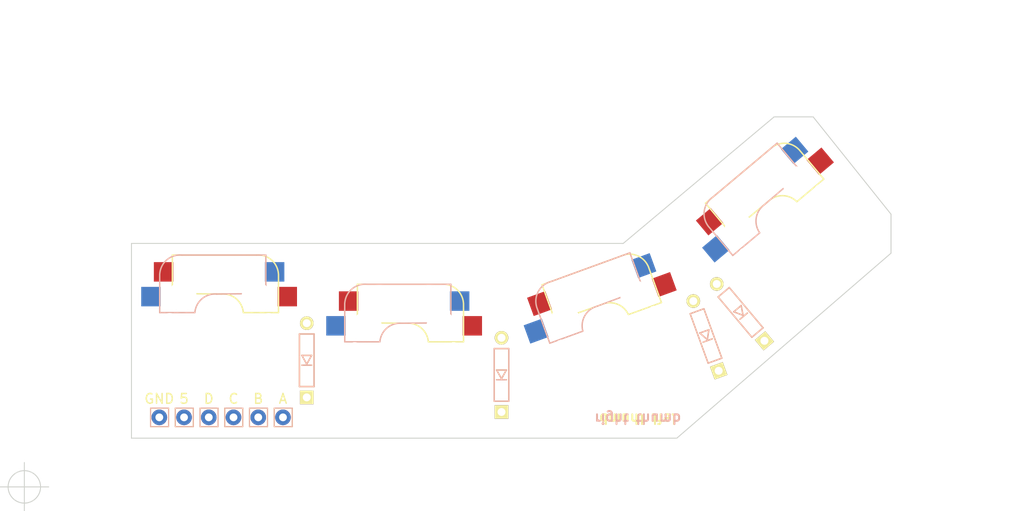
<source format=kicad_pcb>
(kicad_pcb (version 20171130) (host pcbnew 5.1.12)

  (general
    (thickness 1.6)
    (drawings 22)
    (tracks 0)
    (zones 0)
    (modules 14)
    (nets 11)
  )

  (page A4)
  (layers
    (0 F.Cu signal)
    (31 B.Cu signal)
    (32 B.Adhes user)
    (33 F.Adhes user)
    (34 B.Paste user)
    (35 F.Paste user)
    (36 B.SilkS user)
    (37 F.SilkS user)
    (38 B.Mask user)
    (39 F.Mask user)
    (40 Dwgs.User user)
    (41 Cmts.User user)
    (42 Eco1.User user)
    (43 Eco2.User user)
    (44 Edge.Cuts user)
    (45 Margin user)
    (46 B.CrtYd user)
    (47 F.CrtYd user)
    (48 B.Fab user)
    (49 F.Fab user)
  )

  (setup
    (last_trace_width 0.25)
    (trace_clearance 0.2)
    (zone_clearance 0.508)
    (zone_45_only no)
    (trace_min 0.2)
    (via_size 0.8)
    (via_drill 0.4)
    (via_min_size 0.4)
    (via_min_drill 0.3)
    (uvia_size 0.3)
    (uvia_drill 0.1)
    (uvias_allowed no)
    (uvia_min_size 0.2)
    (uvia_min_drill 0.1)
    (edge_width 0.1)
    (segment_width 0.2)
    (pcb_text_width 0.3)
    (pcb_text_size 1.5 1.5)
    (mod_edge_width 0.15)
    (mod_text_size 1 1)
    (mod_text_width 0.15)
    (pad_size 1.4 1.4)
    (pad_drill 0.7)
    (pad_to_mask_clearance 0)
    (aux_axis_origin 0 0)
    (visible_elements FFFFFF7F)
    (pcbplotparams
      (layerselection 0x010fc_ffffffff)
      (usegerberextensions false)
      (usegerberattributes true)
      (usegerberadvancedattributes true)
      (creategerberjobfile true)
      (excludeedgelayer true)
      (linewidth 0.100000)
      (plotframeref false)
      (viasonmask false)
      (mode 1)
      (useauxorigin false)
      (hpglpennumber 1)
      (hpglpenspeed 20)
      (hpglpendiameter 15.000000)
      (psnegative false)
      (psa4output false)
      (plotreference true)
      (plotvalue true)
      (plotinvisibletext false)
      (padsonsilk false)
      (subtractmaskfromsilk false)
      (outputformat 1)
      (mirror false)
      (drillshape 1)
      (scaleselection 1)
      (outputdirectory ""))
  )

  (net 0 "")
  (net 1 "Net-(D_LA5-Pad2)")
  (net 2 "Net-(D_LA5-Pad1)")
  (net 3 "Net-(D_LB5-Pad2)")
  (net 4 "Net-(D_LC5-Pad2)")
  (net 5 "Net-(H_LA1-Pad1)")
  (net 6 "Net-(H_LB1-Pad1)")
  (net 7 "Net-(H_LC1-Pad1)")
  (net 8 GND)
  (net 9 "Net-(D_LD5-Pad2)")
  (net 10 "Net-(H_LD5-Pad1)")

  (net_class Default "これはデフォルトのネット クラスです。"
    (clearance 0.2)
    (trace_width 0.25)
    (via_dia 0.8)
    (via_drill 0.4)
    (uvia_dia 0.3)
    (uvia_drill 0.1)
    (add_net GND)
    (add_net "Net-(D_LA5-Pad1)")
    (add_net "Net-(D_LA5-Pad2)")
    (add_net "Net-(D_LB5-Pad2)")
    (add_net "Net-(D_LC5-Pad2)")
    (add_net "Net-(D_LD5-Pad2)")
    (add_net "Net-(H_LA1-Pad1)")
    (add_net "Net-(H_LB1-Pad1)")
    (add_net "Net-(H_LC1-Pad1)")
    (add_net "Net-(H_LD5-Pad1)")
  )

  (module local:Pin_D0.8mm (layer F.Cu) (tedit 62DF4112) (tstamp 62DF9CCE)
    (at 26.4 52.86 180)
    (descr "solder Pin_ with flat fork, hole diameter 0.7mm, length 6.5mm, width 1.8mm")
    (tags "solder Pin_ with flat fork")
    (path /61A27B42)
    (fp_text reference H_L5 (at 0 -3.81) (layer F.Fab)
      (effects (font (size 0.8 0.8) (thickness 0.15)))
    )
    (fp_text value 5 (at 0 1.905) (layer F.SilkS)
      (effects (font (size 1 1) (thickness 0.15)))
    )
    (fp_line (start -0.9 0.25) (end -0.9 -0.25) (layer F.Fab) (width 0.12))
    (fp_line (start 0.85 0.25) (end -0.9 0.25) (layer F.Fab) (width 0.12))
    (fp_line (start 0.85 -0.25) (end 0.85 0.25) (layer F.Fab) (width 0.12))
    (fp_line (start -0.9 -0.25) (end 0.85 -0.25) (layer F.Fab) (width 0.12))
    (fp_line (start 0.9 -0.95) (end -0.95 -0.95) (layer F.SilkS) (width 0.12))
    (fp_line (start 0.9 -0.9) (end 0.9 -0.95) (layer F.SilkS) (width 0.12))
    (fp_line (start 0.9 0.95) (end 0.9 -0.9) (layer F.SilkS) (width 0.12))
    (fp_line (start -0.95 0.95) (end 0.9 0.95) (layer F.SilkS) (width 0.12))
    (fp_line (start -0.95 -0.95) (end -0.95 0.95) (layer F.SilkS) (width 0.12))
    (fp_line (start -0.95 -0.95) (end 0.9 -0.95) (layer B.SilkS) (width 0.12))
    (fp_line (start 0.9 -0.95) (end 0.9 0.9) (layer B.SilkS) (width 0.12))
    (fp_line (start -0.95 0.95) (end -0.95 -0.95) (layer B.SilkS) (width 0.12))
    (fp_line (start 0.9 0.95) (end -0.95 0.95) (layer B.SilkS) (width 0.12))
    (pad 1 thru_hole circle (at 0 0 180) (size 1.6 1.6) (drill 0.8) (layers *.Cu *.Mask)
      (net 2 "Net-(D_LA5-Pad1)"))
    (model ${KISYS3DMOD}/Connector_Pin.3dshapes/Pin_D0.7mm_L6.5mm_W1.8mm_FlatFork.wrl
      (at (xyz 0 0 0))
      (scale (xyz 1 1 1))
      (rotate (xyz 0 0 0))
    )
  )

  (module local:Pin_D0.8mm (layer F.Cu) (tedit 62DF4112) (tstamp 62DF9CE0)
    (at 36.56 52.86 180)
    (descr "solder Pin_ with flat fork, hole diameter 0.7mm, length 6.5mm, width 1.8mm")
    (tags "solder Pin_ with flat fork")
    (path /61A275B8)
    (fp_text reference H_LA1 (at 0 -3.81) (layer F.Fab)
      (effects (font (size 0.8 0.8) (thickness 0.15)))
    )
    (fp_text value A (at 0 1.905) (layer F.SilkS)
      (effects (font (size 1 1) (thickness 0.15)))
    )
    (fp_line (start -0.9 0.25) (end -0.9 -0.25) (layer F.Fab) (width 0.12))
    (fp_line (start 0.85 0.25) (end -0.9 0.25) (layer F.Fab) (width 0.12))
    (fp_line (start 0.85 -0.25) (end 0.85 0.25) (layer F.Fab) (width 0.12))
    (fp_line (start -0.9 -0.25) (end 0.85 -0.25) (layer F.Fab) (width 0.12))
    (fp_line (start 0.9 -0.95) (end -0.95 -0.95) (layer F.SilkS) (width 0.12))
    (fp_line (start 0.9 -0.9) (end 0.9 -0.95) (layer F.SilkS) (width 0.12))
    (fp_line (start 0.9 0.95) (end 0.9 -0.9) (layer F.SilkS) (width 0.12))
    (fp_line (start -0.95 0.95) (end 0.9 0.95) (layer F.SilkS) (width 0.12))
    (fp_line (start -0.95 -0.95) (end -0.95 0.95) (layer F.SilkS) (width 0.12))
    (fp_line (start -0.95 -0.95) (end 0.9 -0.95) (layer B.SilkS) (width 0.12))
    (fp_line (start 0.9 -0.95) (end 0.9 0.9) (layer B.SilkS) (width 0.12))
    (fp_line (start -0.95 0.95) (end -0.95 -0.95) (layer B.SilkS) (width 0.12))
    (fp_line (start 0.9 0.95) (end -0.95 0.95) (layer B.SilkS) (width 0.12))
    (pad 1 thru_hole circle (at 0 0 180) (size 1.6 1.6) (drill 0.8) (layers *.Cu *.Mask)
      (net 5 "Net-(H_LA1-Pad1)"))
    (model ${KISYS3DMOD}/Connector_Pin.3dshapes/Pin_D0.7mm_L6.5mm_W1.8mm_FlatFork.wrl
      (at (xyz 0 0 0))
      (scale (xyz 1 1 1))
      (rotate (xyz 0 0 0))
    )
  )

  (module local:Pin_D0.8mm (layer F.Cu) (tedit 62DF4112) (tstamp 62DF9CF2)
    (at 34.02 52.86 180)
    (descr "solder Pin_ with flat fork, hole diameter 0.7mm, length 6.5mm, width 1.8mm")
    (tags "solder Pin_ with flat fork")
    (path /61A25B2F)
    (fp_text reference H_LB1 (at 0 -3.81) (layer F.Fab)
      (effects (font (size 0.8 0.8) (thickness 0.15)))
    )
    (fp_text value B (at 0 1.905) (layer F.SilkS)
      (effects (font (size 1 1) (thickness 0.15)))
    )
    (fp_line (start -0.9 0.25) (end -0.9 -0.25) (layer F.Fab) (width 0.12))
    (fp_line (start 0.85 0.25) (end -0.9 0.25) (layer F.Fab) (width 0.12))
    (fp_line (start 0.85 -0.25) (end 0.85 0.25) (layer F.Fab) (width 0.12))
    (fp_line (start -0.9 -0.25) (end 0.85 -0.25) (layer F.Fab) (width 0.12))
    (fp_line (start 0.9 -0.95) (end -0.95 -0.95) (layer F.SilkS) (width 0.12))
    (fp_line (start 0.9 -0.9) (end 0.9 -0.95) (layer F.SilkS) (width 0.12))
    (fp_line (start 0.9 0.95) (end 0.9 -0.9) (layer F.SilkS) (width 0.12))
    (fp_line (start -0.95 0.95) (end 0.9 0.95) (layer F.SilkS) (width 0.12))
    (fp_line (start -0.95 -0.95) (end -0.95 0.95) (layer F.SilkS) (width 0.12))
    (fp_line (start -0.95 -0.95) (end 0.9 -0.95) (layer B.SilkS) (width 0.12))
    (fp_line (start 0.9 -0.95) (end 0.9 0.9) (layer B.SilkS) (width 0.12))
    (fp_line (start -0.95 0.95) (end -0.95 -0.95) (layer B.SilkS) (width 0.12))
    (fp_line (start 0.9 0.95) (end -0.95 0.95) (layer B.SilkS) (width 0.12))
    (pad 1 thru_hole circle (at 0 0 180) (size 1.6 1.6) (drill 0.8) (layers *.Cu *.Mask)
      (net 6 "Net-(H_LB1-Pad1)"))
    (model ${KISYS3DMOD}/Connector_Pin.3dshapes/Pin_D0.7mm_L6.5mm_W1.8mm_FlatFork.wrl
      (at (xyz 0 0 0))
      (scale (xyz 1 1 1))
      (rotate (xyz 0 0 0))
    )
  )

  (module local:Pin_D0.8mm (layer F.Cu) (tedit 62DF4112) (tstamp 62DF9D04)
    (at 31.48 52.86 180)
    (descr "solder Pin_ with flat fork, hole diameter 0.7mm, length 6.5mm, width 1.8mm")
    (tags "solder Pin_ with flat fork")
    (path /61A26894)
    (fp_text reference H_LC1 (at 0 -3.81) (layer F.Fab)
      (effects (font (size 0.8 0.8) (thickness 0.15)))
    )
    (fp_text value C (at 0 1.905) (layer F.SilkS)
      (effects (font (size 1 1) (thickness 0.15)))
    )
    (fp_line (start -0.9 0.25) (end -0.9 -0.25) (layer F.Fab) (width 0.12))
    (fp_line (start 0.85 0.25) (end -0.9 0.25) (layer F.Fab) (width 0.12))
    (fp_line (start 0.85 -0.25) (end 0.85 0.25) (layer F.Fab) (width 0.12))
    (fp_line (start -0.9 -0.25) (end 0.85 -0.25) (layer F.Fab) (width 0.12))
    (fp_line (start 0.9 -0.95) (end -0.95 -0.95) (layer F.SilkS) (width 0.12))
    (fp_line (start 0.9 -0.9) (end 0.9 -0.95) (layer F.SilkS) (width 0.12))
    (fp_line (start 0.9 0.95) (end 0.9 -0.9) (layer F.SilkS) (width 0.12))
    (fp_line (start -0.95 0.95) (end 0.9 0.95) (layer F.SilkS) (width 0.12))
    (fp_line (start -0.95 -0.95) (end -0.95 0.95) (layer F.SilkS) (width 0.12))
    (fp_line (start -0.95 -0.95) (end 0.9 -0.95) (layer B.SilkS) (width 0.12))
    (fp_line (start 0.9 -0.95) (end 0.9 0.9) (layer B.SilkS) (width 0.12))
    (fp_line (start -0.95 0.95) (end -0.95 -0.95) (layer B.SilkS) (width 0.12))
    (fp_line (start 0.9 0.95) (end -0.95 0.95) (layer B.SilkS) (width 0.12))
    (pad 1 thru_hole circle (at 0 0 180) (size 1.6 1.6) (drill 0.8) (layers *.Cu *.Mask)
      (net 7 "Net-(H_LC1-Pad1)"))
    (model ${KISYS3DMOD}/Connector_Pin.3dshapes/Pin_D0.7mm_L6.5mm_W1.8mm_FlatFork.wrl
      (at (xyz 0 0 0))
      (scale (xyz 1 1 1))
      (rotate (xyz 0 0 0))
    )
  )

  (module local:Pin_D0.8mm (layer F.Cu) (tedit 62DF4112) (tstamp 62DF9D16)
    (at 28.94 52.86 180)
    (descr "solder Pin_ with flat fork, hole diameter 0.7mm, length 6.5mm, width 1.8mm")
    (tags "solder Pin_ with flat fork")
    (path /62DEBDC6)
    (fp_text reference H_LD5 (at 0 -3.81) (layer F.Fab)
      (effects (font (size 0.8 0.8) (thickness 0.15)))
    )
    (fp_text value D (at 0 1.905) (layer F.SilkS)
      (effects (font (size 1 1) (thickness 0.15)))
    )
    (fp_line (start -0.9 0.25) (end -0.9 -0.25) (layer F.Fab) (width 0.12))
    (fp_line (start 0.85 0.25) (end -0.9 0.25) (layer F.Fab) (width 0.12))
    (fp_line (start 0.85 -0.25) (end 0.85 0.25) (layer F.Fab) (width 0.12))
    (fp_line (start -0.9 -0.25) (end 0.85 -0.25) (layer F.Fab) (width 0.12))
    (fp_line (start 0.9 -0.95) (end -0.95 -0.95) (layer F.SilkS) (width 0.12))
    (fp_line (start 0.9 -0.9) (end 0.9 -0.95) (layer F.SilkS) (width 0.12))
    (fp_line (start 0.9 0.95) (end 0.9 -0.9) (layer F.SilkS) (width 0.12))
    (fp_line (start -0.95 0.95) (end 0.9 0.95) (layer F.SilkS) (width 0.12))
    (fp_line (start -0.95 -0.95) (end -0.95 0.95) (layer F.SilkS) (width 0.12))
    (fp_line (start -0.95 -0.95) (end 0.9 -0.95) (layer B.SilkS) (width 0.12))
    (fp_line (start 0.9 -0.95) (end 0.9 0.9) (layer B.SilkS) (width 0.12))
    (fp_line (start -0.95 0.95) (end -0.95 -0.95) (layer B.SilkS) (width 0.12))
    (fp_line (start 0.9 0.95) (end -0.95 0.95) (layer B.SilkS) (width 0.12))
    (pad 1 thru_hole circle (at 0 0 180) (size 1.6 1.6) (drill 0.8) (layers *.Cu *.Mask)
      (net 10 "Net-(H_LD5-Pad1)"))
    (model ${KISYS3DMOD}/Connector_Pin.3dshapes/Pin_D0.7mm_L6.5mm_W1.8mm_FlatFork.wrl
      (at (xyz 0 0 0))
      (scale (xyz 1 1 1))
      (rotate (xyz 0 0 0))
    )
  )

  (module local:Pin_D0.8mm (layer F.Cu) (tedit 62DF4112) (tstamp 62DF9D28)
    (at 23.86 52.86 180)
    (descr "solder Pin_ with flat fork, hole diameter 0.7mm, length 6.5mm, width 1.8mm")
    (tags "solder Pin_ with flat fork")
    (path /61A27F0E)
    (fp_text reference H_LGND1 (at 0 -3.81) (layer F.Fab)
      (effects (font (size 0.8 0.8) (thickness 0.15)))
    )
    (fp_text value GND (at 0 1.905) (layer F.SilkS)
      (effects (font (size 1 1) (thickness 0.15)))
    )
    (fp_line (start -0.9 0.25) (end -0.9 -0.25) (layer F.Fab) (width 0.12))
    (fp_line (start 0.85 0.25) (end -0.9 0.25) (layer F.Fab) (width 0.12))
    (fp_line (start 0.85 -0.25) (end 0.85 0.25) (layer F.Fab) (width 0.12))
    (fp_line (start -0.9 -0.25) (end 0.85 -0.25) (layer F.Fab) (width 0.12))
    (fp_line (start 0.9 -0.95) (end -0.95 -0.95) (layer F.SilkS) (width 0.12))
    (fp_line (start 0.9 -0.9) (end 0.9 -0.95) (layer F.SilkS) (width 0.12))
    (fp_line (start 0.9 0.95) (end 0.9 -0.9) (layer F.SilkS) (width 0.12))
    (fp_line (start -0.95 0.95) (end 0.9 0.95) (layer F.SilkS) (width 0.12))
    (fp_line (start -0.95 -0.95) (end -0.95 0.95) (layer F.SilkS) (width 0.12))
    (fp_line (start -0.95 -0.95) (end 0.9 -0.95) (layer B.SilkS) (width 0.12))
    (fp_line (start 0.9 -0.95) (end 0.9 0.9) (layer B.SilkS) (width 0.12))
    (fp_line (start -0.95 0.95) (end -0.95 -0.95) (layer B.SilkS) (width 0.12))
    (fp_line (start 0.9 0.95) (end -0.95 0.95) (layer B.SilkS) (width 0.12))
    (pad 1 thru_hole circle (at 0 0 180) (size 1.6 1.6) (drill 0.8) (layers *.Cu *.Mask)
      (net 8 GND))
    (model ${KISYS3DMOD}/Connector_Pin.3dshapes/Pin_D0.7mm_L6.5mm_W1.8mm_FlatFork.wrl
      (at (xyz 0 0 0))
      (scale (xyz 1 1 1))
      (rotate (xyz 0 0 0))
    )
  )

  (module local:D_TH_Reversible (layer F.Cu) (tedit 6108B6D8) (tstamp 6266B1C6)
    (at 83.550979 42.081371 130)
    (descr "Resitance 3 pas")
    (tags R)
    (path /61A38A85)
    (autoplace_cost180 10)
    (fp_text reference D_LA5 (at 0.55 0 130) (layer F.Fab) hide
      (effects (font (size 0.5 0.5) (thickness 0.125)))
    )
    (fp_text value D_A5 (at -0.55 0 130) (layer F.Fab) hide
      (effects (font (size 0.5 0.5) (thickness 0.125)))
    )
    (fp_line (start -0.4 0) (end 0.5 -0.5) (layer B.SilkS) (width 0.15))
    (fp_line (start 0.5 -0.5) (end 0.5 0.5) (layer B.SilkS) (width 0.15))
    (fp_line (start 0.5 0.5) (end -0.4 0) (layer B.SilkS) (width 0.15))
    (fp_line (start -0.5 -0.5) (end -0.5 0.5) (layer B.SilkS) (width 0.15))
    (fp_line (start -0.4 0) (end 0.5 -0.5) (layer F.SilkS) (width 0.15))
    (fp_line (start 0.5 -0.5) (end 0.5 0.5) (layer F.SilkS) (width 0.15))
    (fp_line (start 0.5 0.5) (end -0.4 0) (layer F.SilkS) (width 0.15))
    (fp_line (start -0.5 -0.5) (end -0.5 0.5) (layer F.SilkS) (width 0.15))
    (fp_line (start 2.7 -0.75) (end -2.7 -0.75) (layer F.SilkS) (width 0.15))
    (fp_line (start -2.7 -0.75) (end -2.7 0.75) (layer F.SilkS) (width 0.15))
    (fp_line (start -2.7 0.75) (end 2.7 0.75) (layer F.SilkS) (width 0.15))
    (fp_line (start 2.7 0.75) (end 2.7 -0.75) (layer F.SilkS) (width 0.15))
    (fp_line (start 2.7 -0.75) (end -2.7 -0.75) (layer B.SilkS) (width 0.15))
    (fp_line (start -2.7 -0.75) (end -2.7 0.75) (layer B.SilkS) (width 0.15))
    (fp_line (start -2.7 0.75) (end 2.7 0.75) (layer B.SilkS) (width 0.15))
    (fp_line (start 2.7 0.75) (end 2.7 -0.75) (layer B.SilkS) (width 0.15))
    (pad 1 thru_hole rect (at -3.81 0 130) (size 1.397 1.397) (drill 0.8128) (layers *.Cu *.Mask F.SilkS)
      (net 2 "Net-(D_LA5-Pad1)"))
    (pad 2 thru_hole circle (at 3.81 0 130) (size 1.397 1.397) (drill 0.8128) (layers *.Cu *.Mask F.SilkS)
      (net 1 "Net-(D_LA5-Pad2)"))
    (model Diodes_SMD.3dshapes/SMB_Handsoldering.wrl
      (at (xyz 0 0 0))
      (scale (xyz 0.22 0.15 0.15))
      (rotate (xyz 0 0 180))
    )
  )

  (module local:D_TH_Reversible (layer F.Cu) (tedit 6108B6D8) (tstamp 6266B1DB)
    (at 80 44.5 110)
    (descr "Resitance 3 pas")
    (tags R)
    (path /61A3850D)
    (autoplace_cost180 10)
    (fp_text reference D_LB5 (at 0.55 0 110) (layer F.Fab) hide
      (effects (font (size 0.5 0.5) (thickness 0.125)))
    )
    (fp_text value D_B5 (at -0.55 0 110) (layer F.Fab) hide
      (effects (font (size 0.5 0.5) (thickness 0.125)))
    )
    (fp_line (start 2.7 0.75) (end 2.7 -0.75) (layer B.SilkS) (width 0.15))
    (fp_line (start -2.7 0.75) (end 2.7 0.75) (layer B.SilkS) (width 0.15))
    (fp_line (start -2.7 -0.75) (end -2.7 0.75) (layer B.SilkS) (width 0.15))
    (fp_line (start 2.7 -0.75) (end -2.7 -0.75) (layer B.SilkS) (width 0.15))
    (fp_line (start 2.7 0.75) (end 2.7 -0.75) (layer F.SilkS) (width 0.15))
    (fp_line (start -2.7 0.75) (end 2.7 0.75) (layer F.SilkS) (width 0.15))
    (fp_line (start -2.7 -0.75) (end -2.7 0.75) (layer F.SilkS) (width 0.15))
    (fp_line (start 2.7 -0.75) (end -2.7 -0.75) (layer F.SilkS) (width 0.15))
    (fp_line (start -0.5 -0.5) (end -0.5 0.5) (layer F.SilkS) (width 0.15))
    (fp_line (start 0.5 0.5) (end -0.4 0) (layer F.SilkS) (width 0.15))
    (fp_line (start 0.5 -0.5) (end 0.5 0.5) (layer F.SilkS) (width 0.15))
    (fp_line (start -0.4 0) (end 0.5 -0.5) (layer F.SilkS) (width 0.15))
    (fp_line (start -0.5 -0.5) (end -0.5 0.5) (layer B.SilkS) (width 0.15))
    (fp_line (start 0.5 0.5) (end -0.4 0) (layer B.SilkS) (width 0.15))
    (fp_line (start 0.5 -0.5) (end 0.5 0.5) (layer B.SilkS) (width 0.15))
    (fp_line (start -0.4 0) (end 0.5 -0.5) (layer B.SilkS) (width 0.15))
    (pad 2 thru_hole circle (at 3.81 0 110) (size 1.397 1.397) (drill 0.8128) (layers *.Cu *.Mask F.SilkS)
      (net 3 "Net-(D_LB5-Pad2)"))
    (pad 1 thru_hole rect (at -3.81 0 110) (size 1.397 1.397) (drill 0.8128) (layers *.Cu *.Mask F.SilkS)
      (net 2 "Net-(D_LA5-Pad1)"))
    (model Diodes_SMD.3dshapes/SMB_Handsoldering.wrl
      (at (xyz 0 0 0))
      (scale (xyz 0.22 0.15 0.15))
      (rotate (xyz 0 0 180))
    )
  )

  (module local:D_TH_Reversible (layer F.Cu) (tedit 6108B6D8) (tstamp 6266B1F0)
    (at 59 48.5 90)
    (descr "Resitance 3 pas")
    (tags R)
    (path /61A37E86)
    (autoplace_cost180 10)
    (fp_text reference D_LC5 (at 0.55 0 90) (layer F.Fab) hide
      (effects (font (size 0.5 0.5) (thickness 0.125)))
    )
    (fp_text value D_C5 (at -0.55 0 90) (layer F.Fab) hide
      (effects (font (size 0.5 0.5) (thickness 0.125)))
    )
    (fp_line (start -0.4 0) (end 0.5 -0.5) (layer B.SilkS) (width 0.15))
    (fp_line (start 0.5 -0.5) (end 0.5 0.5) (layer B.SilkS) (width 0.15))
    (fp_line (start 0.5 0.5) (end -0.4 0) (layer B.SilkS) (width 0.15))
    (fp_line (start -0.5 -0.5) (end -0.5 0.5) (layer B.SilkS) (width 0.15))
    (fp_line (start -0.4 0) (end 0.5 -0.5) (layer F.SilkS) (width 0.15))
    (fp_line (start 0.5 -0.5) (end 0.5 0.5) (layer F.SilkS) (width 0.15))
    (fp_line (start 0.5 0.5) (end -0.4 0) (layer F.SilkS) (width 0.15))
    (fp_line (start -0.5 -0.5) (end -0.5 0.5) (layer F.SilkS) (width 0.15))
    (fp_line (start 2.7 -0.75) (end -2.7 -0.75) (layer F.SilkS) (width 0.15))
    (fp_line (start -2.7 -0.75) (end -2.7 0.75) (layer F.SilkS) (width 0.15))
    (fp_line (start -2.7 0.75) (end 2.7 0.75) (layer F.SilkS) (width 0.15))
    (fp_line (start 2.7 0.75) (end 2.7 -0.75) (layer F.SilkS) (width 0.15))
    (fp_line (start 2.7 -0.75) (end -2.7 -0.75) (layer B.SilkS) (width 0.15))
    (fp_line (start -2.7 -0.75) (end -2.7 0.75) (layer B.SilkS) (width 0.15))
    (fp_line (start -2.7 0.75) (end 2.7 0.75) (layer B.SilkS) (width 0.15))
    (fp_line (start 2.7 0.75) (end 2.7 -0.75) (layer B.SilkS) (width 0.15))
    (pad 1 thru_hole rect (at -3.81 0 90) (size 1.397 1.397) (drill 0.8128) (layers *.Cu *.Mask F.SilkS)
      (net 2 "Net-(D_LA5-Pad1)"))
    (pad 2 thru_hole circle (at 3.81 0 90) (size 1.397 1.397) (drill 0.8128) (layers *.Cu *.Mask F.SilkS)
      (net 4 "Net-(D_LC5-Pad2)"))
    (model Diodes_SMD.3dshapes/SMB_Handsoldering.wrl
      (at (xyz 0 0 0))
      (scale (xyz 0.22 0.15 0.15))
      (rotate (xyz 0 0 180))
    )
  )

  (module local:CherryMX_Hotswap_Reversible (layer F.Cu) (tedit 61A48B05) (tstamp 6266B205)
    (at 88 33 40)
    (path /61A293DD)
    (fp_text reference SW_LA5 (at 6.858 -8.127999 40) (layer F.SilkS) hide
      (effects (font (size 1 1) (thickness 0.15)))
    )
    (fp_text value SW_PUSH-foostan (at 7.62 7.874 40) (layer F.Fab) hide
      (effects (font (size 1 1) (thickness 0.15)))
    )
    (fp_line (start -7 -7) (end -6 -7) (layer Eco1.User) (width 0.1))
    (fp_line (start -6 7) (end -7 7) (layer Eco1.User) (width 0.1))
    (fp_line (start -9.5 9.5) (end -9.5 -9.5) (layer Dwgs.User) (width 0.1))
    (fp_line (start 9.5 9.5) (end -9.5 9.5) (layer Dwgs.User) (width 0.1))
    (fp_line (start 9.5 -9.5) (end 9.5 9.5) (layer Dwgs.User) (width 0.1))
    (fp_line (start -9.5 -9.5) (end 9.5 -9.5) (layer Dwgs.User) (width 0.1))
    (fp_line (start -6.1 -0.896) (end -2.49 -0.896) (layer B.SilkS) (width 0.15))
    (fp_line (start -6.1 -4.85) (end -6.1 -0.905) (layer B.SilkS) (width 0.15))
    (fp_line (start 4.8 -6.804) (end -3.825 -6.804) (layer B.SilkS) (width 0.15))
    (fp_line (start 4.8 -2.896) (end 4.8 -6.804) (layer B.SilkS) (width 0.15))
    (fp_line (start 4.8 -2.85) (end -0.25 -2.804) (layer B.SilkS) (width 0.15))
    (fp_line (start -4.8 -2.85) (end 0.25 -2.804) (layer F.SilkS) (width 0.15))
    (fp_line (start -4.8 -2.896) (end -4.8 -6.804) (layer F.SilkS) (width 0.15))
    (fp_line (start -4.8 -6.804) (end 3.825 -6.804) (layer F.SilkS) (width 0.15))
    (fp_line (start 6.1 -4.85) (end 6.1 -0.905) (layer F.SilkS) (width 0.15))
    (fp_line (start 6.1 -0.896) (end 2.49 -0.896) (layer F.SilkS) (width 0.15))
    (fp_line (start -7 7) (end -7 6) (layer Eco1.User) (width 0.1))
    (fp_line (start -7 -6) (end -7 -7) (layer Eco1.User) (width 0.1))
    (fp_line (start 7 -7) (end 7 -6) (layer Eco1.User) (width 0.1))
    (fp_line (start 6 -7) (end 7 -7) (layer Eco1.User) (width 0.12))
    (fp_line (start 7 7) (end 6 7) (layer Eco1.User) (width 0.12))
    (fp_line (start 7 6) (end 7 7) (layer Eco1.User) (width 0.12))
    (fp_arc (start -4.015 -4.73) (end -3.825 -6.804) (angle -90) (layer B.SilkS) (width 0.15))
    (fp_arc (start -0.415 -0.73) (end -0.225 -2.8) (angle -90) (layer B.SilkS) (width 0.15))
    (fp_arc (start 0.415 -0.73) (end 0.225 -2.8) (angle 90) (layer F.SilkS) (width 0.15))
    (fp_arc (start 4.015 -4.73) (end 3.825 -6.804) (angle 90) (layer F.SilkS) (width 0.15))
    (pad 1 smd rect (at 5.7 -5.08 220) (size 2 2) (layers B.Cu B.Paste B.Mask)
      (net 1 "Net-(D_LA5-Pad2)"))
    (pad "" np_thru_hole circle (at -3.81 -2.54 220) (size 3 3) (drill 3) (layers *.Cu *.Mask)
      (clearance 0.25))
    (pad "" np_thru_hole circle (at 5.08 0 220) (size 1.702 1.702) (drill 1.702) (layers *.Cu *.Mask)
      (clearance 0.3))
    (pad "" np_thru_hole circle (at -5.08 0 220) (size 1.702 1.702) (drill 1.702) (layers *.Cu *.Mask)
      (clearance 0.3))
    (pad "" np_thru_hole circle (at 0 0 310) (size 3.988 3.988) (drill 3.988) (layers *.Cu *.Mask)
      (clearance 0.25))
    (pad "" np_thru_hole circle (at 2.54 -5.08 220) (size 3 3) (drill 3) (layers *.Cu *.Mask)
      (clearance 0.3))
    (pad 2 smd rect (at -7 -2.54 220) (size 2 2) (layers B.Cu B.Paste B.Mask)
      (net 5 "Net-(H_LA1-Pad1)"))
    (pad 1 smd rect (at 7 -2.54 220) (size 2 2) (layers F.Cu F.Paste F.Mask)
      (net 1 "Net-(D_LA5-Pad2)"))
    (pad "" np_thru_hole circle (at -2.54 -5.08 220) (size 3 3) (drill 3) (layers *.Cu *.Mask)
      (clearance 0.3))
    (pad "" np_thru_hole circle (at 3.81 -2.54 220) (size 3 3) (drill 3) (layers *.Cu *.Mask)
      (clearance 0.25))
    (pad 2 smd rect (at -5.7 -5.08 220) (size 2 2) (layers F.Cu F.Paste F.Mask)
      (net 5 "Net-(H_LA1-Pad1)"))
  )

  (module local:CherryMX_Hotswap_Reversible (layer F.Cu) (tedit 61A48B05) (tstamp 6266B22D)
    (at 70 44 20)
    (path /61A2B094)
    (fp_text reference SW_LB5 (at 6.858 -8.128 -160) (layer F.SilkS) hide
      (effects (font (size 1 1) (thickness 0.15)))
    )
    (fp_text value SW_PUSH-foostan (at 7.62 7.874 -160) (layer F.Fab) hide
      (effects (font (size 1 1) (thickness 0.15)))
    )
    (fp_line (start 7 6) (end 7 7) (layer Eco1.User) (width 0.12))
    (fp_line (start 7 7) (end 6 7) (layer Eco1.User) (width 0.12))
    (fp_line (start 6 -7) (end 7 -7) (layer Eco1.User) (width 0.12))
    (fp_line (start 7 -7) (end 7 -6) (layer Eco1.User) (width 0.1))
    (fp_line (start -7 -6) (end -7 -7) (layer Eco1.User) (width 0.1))
    (fp_line (start -7 7) (end -7 6) (layer Eco1.User) (width 0.1))
    (fp_line (start 6.1 -0.896) (end 2.49 -0.896) (layer F.SilkS) (width 0.15))
    (fp_line (start 6.1 -4.85) (end 6.1 -0.905) (layer F.SilkS) (width 0.15))
    (fp_line (start -4.8 -6.804) (end 3.825 -6.804) (layer F.SilkS) (width 0.15))
    (fp_line (start -4.8 -2.896) (end -4.8 -6.804) (layer F.SilkS) (width 0.15))
    (fp_line (start -4.8 -2.85) (end 0.25 -2.804) (layer F.SilkS) (width 0.15))
    (fp_line (start 4.8 -2.85) (end -0.25 -2.804) (layer B.SilkS) (width 0.15))
    (fp_line (start 4.8 -2.896) (end 4.8 -6.804) (layer B.SilkS) (width 0.15))
    (fp_line (start 4.8 -6.804) (end -3.825 -6.804) (layer B.SilkS) (width 0.15))
    (fp_line (start -6.1 -4.85) (end -6.1 -0.905) (layer B.SilkS) (width 0.15))
    (fp_line (start -6.1 -0.896) (end -2.49 -0.896) (layer B.SilkS) (width 0.15))
    (fp_line (start -9.5 -9.5) (end 9.5 -9.5) (layer Dwgs.User) (width 0.1))
    (fp_line (start 9.5 -9.5) (end 9.5 9.5) (layer Dwgs.User) (width 0.1))
    (fp_line (start 9.5 9.5) (end -9.5 9.5) (layer Dwgs.User) (width 0.1))
    (fp_line (start -9.5 9.5) (end -9.5 -9.5) (layer Dwgs.User) (width 0.1))
    (fp_line (start -6 7) (end -7 7) (layer Eco1.User) (width 0.1))
    (fp_line (start -7 -7) (end -6 -7) (layer Eco1.User) (width 0.1))
    (fp_arc (start 4.015 -4.73) (end 3.825 -6.804) (angle 90) (layer F.SilkS) (width 0.15))
    (fp_arc (start 0.415 -0.73) (end 0.225 -2.8) (angle 90) (layer F.SilkS) (width 0.15))
    (fp_arc (start -0.415 -0.73) (end -0.225 -2.8) (angle -90) (layer B.SilkS) (width 0.15))
    (fp_arc (start -4.015 -4.73) (end -3.825 -6.804) (angle -90) (layer B.SilkS) (width 0.15))
    (pad 2 smd rect (at -5.7 -5.08 200) (size 2 2) (layers F.Cu F.Paste F.Mask)
      (net 6 "Net-(H_LB1-Pad1)"))
    (pad "" np_thru_hole circle (at 3.81 -2.54 200) (size 3 3) (drill 3) (layers *.Cu *.Mask)
      (clearance 0.25))
    (pad "" np_thru_hole circle (at -2.54 -5.08 200) (size 3 3) (drill 3) (layers *.Cu *.Mask)
      (clearance 0.3))
    (pad 1 smd rect (at 7 -2.54 200) (size 2 2) (layers F.Cu F.Paste F.Mask)
      (net 3 "Net-(D_LB5-Pad2)"))
    (pad 2 smd rect (at -7 -2.54 200) (size 2 2) (layers B.Cu B.Paste B.Mask)
      (net 6 "Net-(H_LB1-Pad1)"))
    (pad "" np_thru_hole circle (at 2.54 -5.08 200) (size 3 3) (drill 3) (layers *.Cu *.Mask)
      (clearance 0.3))
    (pad "" np_thru_hole circle (at 0 0 290) (size 3.988 3.988) (drill 3.988) (layers *.Cu *.Mask)
      (clearance 0.25))
    (pad "" np_thru_hole circle (at -5.08 0 200) (size 1.702 1.702) (drill 1.702) (layers *.Cu *.Mask)
      (clearance 0.3))
    (pad "" np_thru_hole circle (at 5.08 0 200) (size 1.702 1.702) (drill 1.702) (layers *.Cu *.Mask)
      (clearance 0.3))
    (pad "" np_thru_hole circle (at -3.81 -2.54 200) (size 3 3) (drill 3) (layers *.Cu *.Mask)
      (clearance 0.25))
    (pad 1 smd rect (at 5.7 -5.08 200) (size 2 2) (layers B.Cu B.Paste B.Mask)
      (net 3 "Net-(D_LB5-Pad2)"))
  )

  (module local:CherryMX_Hotswap_Reversible (layer F.Cu) (tedit 61A48B05) (tstamp 6266B255)
    (at 49 46)
    (path /61A2FE9B)
    (fp_text reference SW_LC5 (at 6.858 -8.128 -180) (layer F.SilkS) hide
      (effects (font (size 1 1) (thickness 0.15)))
    )
    (fp_text value SW_PUSH-foostan (at 7.62 7.874 -180) (layer F.Fab) hide
      (effects (font (size 1 1) (thickness 0.15)))
    )
    (fp_line (start -7 -7) (end -6 -7) (layer Eco1.User) (width 0.1))
    (fp_line (start -6 7) (end -7 7) (layer Eco1.User) (width 0.1))
    (fp_line (start -9.5 9.5) (end -9.5 -9.5) (layer Dwgs.User) (width 0.1))
    (fp_line (start 9.5 9.5) (end -9.5 9.5) (layer Dwgs.User) (width 0.1))
    (fp_line (start 9.5 -9.5) (end 9.5 9.5) (layer Dwgs.User) (width 0.1))
    (fp_line (start -9.5 -9.5) (end 9.5 -9.5) (layer Dwgs.User) (width 0.1))
    (fp_line (start -6.1 -0.896) (end -2.49 -0.896) (layer B.SilkS) (width 0.15))
    (fp_line (start -6.1 -4.85) (end -6.1 -0.905) (layer B.SilkS) (width 0.15))
    (fp_line (start 4.8 -6.804) (end -3.825 -6.804) (layer B.SilkS) (width 0.15))
    (fp_line (start 4.8 -2.896) (end 4.8 -6.804) (layer B.SilkS) (width 0.15))
    (fp_line (start 4.8 -2.85) (end -0.25 -2.804) (layer B.SilkS) (width 0.15))
    (fp_line (start -4.8 -2.85) (end 0.25 -2.804) (layer F.SilkS) (width 0.15))
    (fp_line (start -4.8 -2.896) (end -4.8 -6.804) (layer F.SilkS) (width 0.15))
    (fp_line (start -4.8 -6.804) (end 3.825 -6.804) (layer F.SilkS) (width 0.15))
    (fp_line (start 6.1 -4.85) (end 6.1 -0.905) (layer F.SilkS) (width 0.15))
    (fp_line (start 6.1 -0.896) (end 2.49 -0.896) (layer F.SilkS) (width 0.15))
    (fp_line (start -7 7) (end -7 6) (layer Eco1.User) (width 0.1))
    (fp_line (start -7 -6) (end -7 -7) (layer Eco1.User) (width 0.1))
    (fp_line (start 7 -7) (end 7 -6) (layer Eco1.User) (width 0.1))
    (fp_line (start 6 -7) (end 7 -7) (layer Eco1.User) (width 0.12))
    (fp_line (start 7 7) (end 6 7) (layer Eco1.User) (width 0.12))
    (fp_line (start 7 6) (end 7 7) (layer Eco1.User) (width 0.12))
    (fp_arc (start -4.015 -4.73) (end -3.825 -6.804) (angle -90) (layer B.SilkS) (width 0.15))
    (fp_arc (start -0.415 -0.73) (end -0.225 -2.8) (angle -90) (layer B.SilkS) (width 0.15))
    (fp_arc (start 0.415 -0.73) (end 0.225 -2.8) (angle 90) (layer F.SilkS) (width 0.15))
    (fp_arc (start 4.015 -4.73) (end 3.825 -6.804) (angle 90) (layer F.SilkS) (width 0.15))
    (pad 1 smd rect (at 5.7 -5.08 180) (size 2 2) (layers B.Cu B.Paste B.Mask)
      (net 4 "Net-(D_LC5-Pad2)"))
    (pad "" np_thru_hole circle (at -3.81 -2.54 180) (size 3 3) (drill 3) (layers *.Cu *.Mask)
      (clearance 0.25))
    (pad "" np_thru_hole circle (at 5.08 0 180) (size 1.702 1.702) (drill 1.702) (layers *.Cu *.Mask)
      (clearance 0.3))
    (pad "" np_thru_hole circle (at -5.08 0 180) (size 1.702 1.702) (drill 1.702) (layers *.Cu *.Mask)
      (clearance 0.3))
    (pad "" np_thru_hole circle (at 0 0 270) (size 3.988 3.988) (drill 3.988) (layers *.Cu *.Mask)
      (clearance 0.25))
    (pad "" np_thru_hole circle (at 2.54 -5.08 180) (size 3 3) (drill 3) (layers *.Cu *.Mask)
      (clearance 0.3))
    (pad 2 smd rect (at -7 -2.54 180) (size 2 2) (layers B.Cu B.Paste B.Mask)
      (net 7 "Net-(H_LC1-Pad1)"))
    (pad 1 smd rect (at 7 -2.54 180) (size 2 2) (layers F.Cu F.Paste F.Mask)
      (net 4 "Net-(D_LC5-Pad2)"))
    (pad "" np_thru_hole circle (at -2.54 -5.08 180) (size 3 3) (drill 3) (layers *.Cu *.Mask)
      (clearance 0.3))
    (pad "" np_thru_hole circle (at 3.81 -2.54 180) (size 3 3) (drill 3) (layers *.Cu *.Mask)
      (clearance 0.25))
    (pad 2 smd rect (at -5.7 -5.08 180) (size 2 2) (layers F.Cu F.Paste F.Mask)
      (net 7 "Net-(H_LC1-Pad1)"))
  )

  (module local:D_TH_Reversible (layer F.Cu) (tedit 6108B6D8) (tstamp 62DE820F)
    (at 39 47 90)
    (descr "Resitance 3 pas")
    (tags R)
    (path /62DEBDD2)
    (autoplace_cost180 10)
    (fp_text reference D_LD5 (at 0.55 0 90) (layer F.Fab) hide
      (effects (font (size 0.5 0.5) (thickness 0.125)))
    )
    (fp_text value D_D5 (at -0.55 0 90) (layer F.Fab) hide
      (effects (font (size 0.5 0.5) (thickness 0.125)))
    )
    (fp_line (start 2.7 0.75) (end 2.7 -0.75) (layer B.SilkS) (width 0.15))
    (fp_line (start -2.7 0.75) (end 2.7 0.75) (layer B.SilkS) (width 0.15))
    (fp_line (start -2.7 -0.75) (end -2.7 0.75) (layer B.SilkS) (width 0.15))
    (fp_line (start 2.7 -0.75) (end -2.7 -0.75) (layer B.SilkS) (width 0.15))
    (fp_line (start 2.7 0.75) (end 2.7 -0.75) (layer F.SilkS) (width 0.15))
    (fp_line (start -2.7 0.75) (end 2.7 0.75) (layer F.SilkS) (width 0.15))
    (fp_line (start -2.7 -0.75) (end -2.7 0.75) (layer F.SilkS) (width 0.15))
    (fp_line (start 2.7 -0.75) (end -2.7 -0.75) (layer F.SilkS) (width 0.15))
    (fp_line (start -0.5 -0.5) (end -0.5 0.5) (layer F.SilkS) (width 0.15))
    (fp_line (start 0.5 0.5) (end -0.4 0) (layer F.SilkS) (width 0.15))
    (fp_line (start 0.5 -0.5) (end 0.5 0.5) (layer F.SilkS) (width 0.15))
    (fp_line (start -0.4 0) (end 0.5 -0.5) (layer F.SilkS) (width 0.15))
    (fp_line (start -0.5 -0.5) (end -0.5 0.5) (layer B.SilkS) (width 0.15))
    (fp_line (start 0.5 0.5) (end -0.4 0) (layer B.SilkS) (width 0.15))
    (fp_line (start 0.5 -0.5) (end 0.5 0.5) (layer B.SilkS) (width 0.15))
    (fp_line (start -0.4 0) (end 0.5 -0.5) (layer B.SilkS) (width 0.15))
    (pad 1 thru_hole rect (at -3.81 0 90) (size 1.397 1.397) (drill 0.8128) (layers *.Cu *.Mask F.SilkS)
      (net 2 "Net-(D_LA5-Pad1)"))
    (pad 2 thru_hole circle (at 3.81 0 90) (size 1.397 1.397) (drill 0.8128) (layers *.Cu *.Mask F.SilkS)
      (net 9 "Net-(D_LD5-Pad2)"))
    (model Diodes_SMD.3dshapes/SMB_Handsoldering.wrl
      (at (xyz 0 0 0))
      (scale (xyz 0.22 0.15 0.15))
      (rotate (xyz 0 0 180))
    )
  )

  (module local:CherryMX_Hotswap_Reversible (layer F.Cu) (tedit 61A48B05) (tstamp 62DE8246)
    (at 30 43)
    (path /62DEBDCC)
    (fp_text reference SW_LD5 (at 6.858 -8.128 180) (layer F.SilkS) hide
      (effects (font (size 1 1) (thickness 0.15)))
    )
    (fp_text value SW_PUSH-foostan (at 7.62 7.874 180) (layer F.Fab) hide
      (effects (font (size 1 1) (thickness 0.15)))
    )
    (fp_line (start 7 6) (end 7 7) (layer Eco1.User) (width 0.12))
    (fp_line (start 7 7) (end 6 7) (layer Eco1.User) (width 0.12))
    (fp_line (start 6 -7) (end 7 -7) (layer Eco1.User) (width 0.12))
    (fp_line (start 7 -7) (end 7 -6) (layer Eco1.User) (width 0.1))
    (fp_line (start -7 -6) (end -7 -7) (layer Eco1.User) (width 0.1))
    (fp_line (start -7 7) (end -7 6) (layer Eco1.User) (width 0.1))
    (fp_line (start 6.1 -0.896) (end 2.49 -0.896) (layer F.SilkS) (width 0.15))
    (fp_line (start 6.1 -4.85) (end 6.1 -0.905) (layer F.SilkS) (width 0.15))
    (fp_line (start -4.8 -6.804) (end 3.825 -6.804) (layer F.SilkS) (width 0.15))
    (fp_line (start -4.8 -2.896) (end -4.8 -6.804) (layer F.SilkS) (width 0.15))
    (fp_line (start -4.8 -2.85) (end 0.25 -2.804) (layer F.SilkS) (width 0.15))
    (fp_line (start 4.8 -2.85) (end -0.25 -2.804) (layer B.SilkS) (width 0.15))
    (fp_line (start 4.8 -2.896) (end 4.8 -6.804) (layer B.SilkS) (width 0.15))
    (fp_line (start 4.8 -6.804) (end -3.825 -6.804) (layer B.SilkS) (width 0.15))
    (fp_line (start -6.1 -4.85) (end -6.1 -0.905) (layer B.SilkS) (width 0.15))
    (fp_line (start -6.1 -0.896) (end -2.49 -0.896) (layer B.SilkS) (width 0.15))
    (fp_line (start -9.5 -9.5) (end 9.5 -9.5) (layer Dwgs.User) (width 0.1))
    (fp_line (start 9.5 -9.5) (end 9.5 9.5) (layer Dwgs.User) (width 0.1))
    (fp_line (start 9.5 9.5) (end -9.5 9.5) (layer Dwgs.User) (width 0.1))
    (fp_line (start -9.5 9.5) (end -9.5 -9.5) (layer Dwgs.User) (width 0.1))
    (fp_line (start -6 7) (end -7 7) (layer Eco1.User) (width 0.1))
    (fp_line (start -7 -7) (end -6 -7) (layer Eco1.User) (width 0.1))
    (fp_arc (start -4.015 -4.73) (end -3.825 -6.804) (angle -90) (layer B.SilkS) (width 0.15))
    (fp_arc (start -0.415 -0.73) (end -0.225 -2.8) (angle -90) (layer B.SilkS) (width 0.15))
    (fp_arc (start 0.415 -0.73) (end 0.225 -2.8) (angle 90) (layer F.SilkS) (width 0.15))
    (fp_arc (start 4.015 -4.73) (end 3.825 -6.804) (angle 90) (layer F.SilkS) (width 0.15))
    (pad 1 smd rect (at 5.7 -5.08 180) (size 2 2) (layers B.Cu B.Paste B.Mask)
      (net 9 "Net-(D_LD5-Pad2)"))
    (pad "" np_thru_hole circle (at -3.81 -2.54 180) (size 3 3) (drill 3) (layers *.Cu *.Mask)
      (clearance 0.25))
    (pad "" np_thru_hole circle (at 5.08 0 180) (size 1.702 1.702) (drill 1.702) (layers *.Cu *.Mask)
      (clearance 0.3))
    (pad "" np_thru_hole circle (at -5.08 0 180) (size 1.702 1.702) (drill 1.702) (layers *.Cu *.Mask)
      (clearance 0.3))
    (pad "" np_thru_hole circle (at 0 0 270) (size 3.988 3.988) (drill 3.988) (layers *.Cu *.Mask)
      (clearance 0.25))
    (pad "" np_thru_hole circle (at 2.54 -5.08 180) (size 3 3) (drill 3) (layers *.Cu *.Mask)
      (clearance 0.3))
    (pad 2 smd rect (at -7 -2.54 180) (size 2 2) (layers B.Cu B.Paste B.Mask)
      (net 10 "Net-(H_LD5-Pad1)"))
    (pad 1 smd rect (at 7 -2.54 180) (size 2 2) (layers F.Cu F.Paste F.Mask)
      (net 9 "Net-(D_LD5-Pad2)"))
    (pad "" np_thru_hole circle (at -2.54 -5.08 180) (size 3 3) (drill 3) (layers *.Cu *.Mask)
      (clearance 0.3))
    (pad "" np_thru_hole circle (at 3.81 -2.54 180) (size 3 3) (drill 3) (layers *.Cu *.Mask)
      (clearance 0.25))
    (pad 2 smd rect (at -5.7 -5.08 180) (size 2 2) (layers F.Cu F.Paste F.Mask)
      (net 10 "Net-(H_LD5-Pad1)"))
  )

  (gr_line (start 99 32) (end 99 36) (layer Edge.Cuts) (width 0.1) (tstamp 62DEA1D5))
  (gr_line (start 87 22) (end 91 22) (layer Edge.Cuts) (width 0.1) (tstamp 62DEA1D0))
  (gr_circle (center 79 21) (end 83 21) (layer Dwgs.User) (width 0.15) (tstamp 62DE8C9C))
  (gr_circle (center 16 46) (end 20 46) (layer Dwgs.User) (width 0.15) (tstamp 62DE8C9C))
  (gr_text "right thumb" (at 73 53 180) (layer B.SilkS) (tstamp 6266B286)
    (effects (font (size 1 1) (thickness 0.2)) (justify mirror))
  )
  (gr_line (start 108 38) (end 92 18) (layer Dwgs.User) (width 0.15) (tstamp 62644CA2))
  (gr_circle (center 90 54) (end 94 54) (layer Dwgs.User) (width 0.15) (tstamp 62644CA1))
  (gr_line (start 78 18) (end 92 18) (layer Dwgs.User) (width 0.15) (tstamp 62644C93))
  (gr_line (start 12 34) (end 78 18) (layer Dwgs.User) (width 0.15) (tstamp 62644C68))
  (gr_line (start 21 55) (end 77 55) (layer Edge.Cuts) (width 0.1) (tstamp 62644C2C))
  (gr_line (start 99 32) (end 91 22) (layer Edge.Cuts) (width 0.1) (tstamp 62644C2B))
  (gr_line (start 99 36) (end 77 55) (layer Edge.Cuts) (width 0.1) (tstamp 62644C2A))
  (gr_line (start 21 55) (end 21 35) (layer Edge.Cuts) (width 0.1) (tstamp 62644C29))
  (gr_line (start 21 35) (end 71.5 35) (layer Edge.Cuts) (width 0.1) (tstamp 62644C28))
  (gr_line (start 12 58) (end 12 34) (layer Dwgs.User) (width 0.15) (tstamp 62644C27))
  (gr_line (start 87 22) (end 71.5 35) (layer Edge.Cuts) (width 0.1) (tstamp 62644BD8))
  (gr_line (start 92 58) (end 108 38) (layer Dwgs.User) (width 0.15) (tstamp 62644BD7))
  (gr_line (start 12 58) (end 92 58) (layer Dwgs.User) (width 0.15) (tstamp 62644BD6))
  (gr_text "left thumb" (at 73 53 180) (layer F.SilkS)
    (effects (font (size 1 1) (thickness 0.2)))
  )
  (dimension 78 (width 0.15) (layer Dwgs.User)
    (gr_text "78.000 mm" (at 60 10.7) (layer Dwgs.User)
      (effects (font (size 1 1) (thickness 0.15)))
    )
    (feature1 (pts (xy 99 16) (xy 99 11.413579)))
    (feature2 (pts (xy 21 16) (xy 21 11.413579)))
    (crossbar (pts (xy 21 12) (xy 99 12)))
    (arrow1a (pts (xy 99 12) (xy 97.873496 12.586421)))
    (arrow1b (pts (xy 99 12) (xy 97.873496 11.413579)))
    (arrow2a (pts (xy 21 12) (xy 22.126504 12.586421)))
    (arrow2b (pts (xy 21 12) (xy 22.126504 11.413579)))
  )
  (dimension 33 (width 0.15) (layer Dwgs.User)
    (gr_text "33.000 mm" (at 111.3 38.5 270) (layer Dwgs.User)
      (effects (font (size 1 1) (thickness 0.15)))
    )
    (feature1 (pts (xy 94 55) (xy 110.586421 55)))
    (feature2 (pts (xy 94 22) (xy 110.586421 22)))
    (crossbar (pts (xy 110 22) (xy 110 55)))
    (arrow1a (pts (xy 110 55) (xy 109.413579 53.873496)))
    (arrow1b (pts (xy 110 55) (xy 110.586421 53.873496)))
    (arrow2a (pts (xy 110 22) (xy 109.413579 23.126504)))
    (arrow2b (pts (xy 110 22) (xy 110.586421 23.126504)))
  )
  (target plus (at 10 60) (size 5) (width 0.1) (layer Edge.Cuts))

)

</source>
